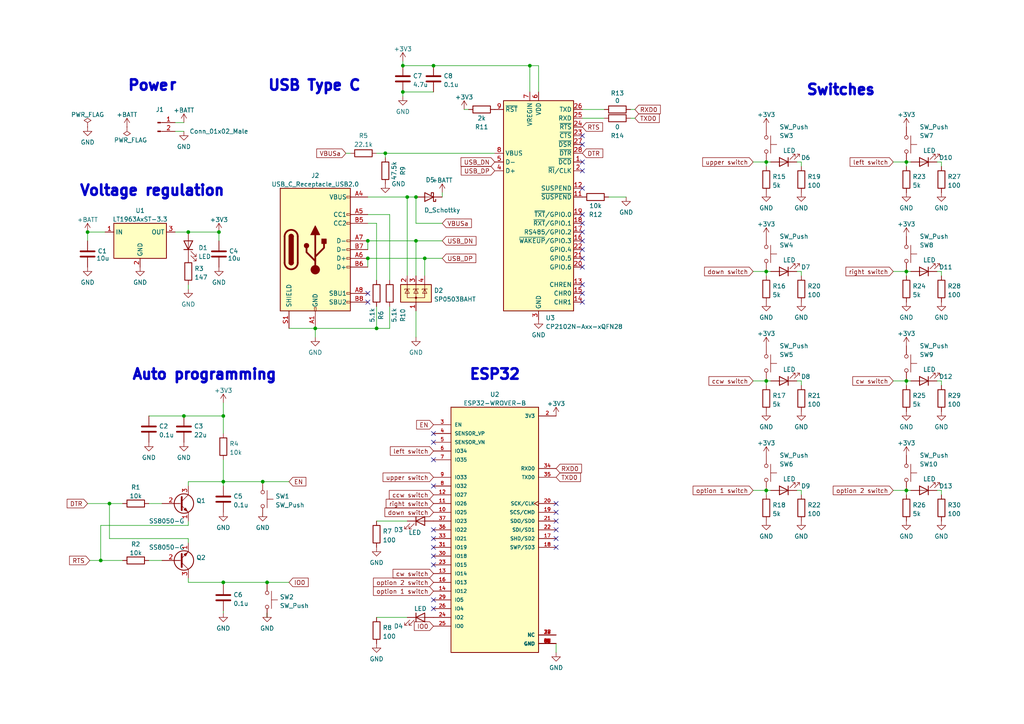
<source format=kicad_sch>
(kicad_sch (version 20211123) (generator eeschema)
  (paper "A4")
  (junction (at 76.2 139.7))
  (junction (at 222.25 110.49))
  (junction (at 120.65 69.85))
  (junction (at 262.89 142.24))
  (junction (at 25.4 67.31))
  (junction (at 31.75 146.05))
  (junction (at 116.84 19.05))
  (junction (at 106.68 69.85))
  (junction (at 123.19 74.93))
  (junction (at 120.65 57.15))
  (junction (at 125.73 19.05))
  (junction (at 64.77 120.65))
  (junction (at 262.89 110.49))
  (junction (at 262.89 78.74))
  (junction (at 262.89 46.99))
  (junction (at 63.5 67.31))
  (junction (at 77.47 168.91))
  (junction (at 153.67 19.05))
  (junction (at 222.25 142.24))
  (junction (at 54.61 67.31))
  (junction (at 64.77 168.91))
  (junction (at 111.76 44.45))
  (junction (at 116.84 26.67))
  (junction (at 222.25 78.74))
  (junction (at 118.11 57.15))
  (junction (at 29.21 162.56))
  (junction (at 91.44 95.25))
  (junction (at 106.68 74.93))
  (junction (at 222.25 46.99))
  (junction (at 64.77 139.7))
  (junction (at 53.34 120.65))
  (junction (at 109.22 95.25))
  (no_connect (at 168.91 82.55))
  (no_connect (at 168.91 85.09))
  (no_connect (at 168.91 87.63))
  (no_connect (at 106.68 85.09))
  (no_connect (at 106.68 87.63))
  (no_connect (at 161.29 153.67))
  (no_connect (at 161.29 146.05))
  (no_connect (at 161.29 148.59))
  (no_connect (at 161.29 151.13))
  (no_connect (at 125.73 140.97))
  (no_connect (at 125.73 156.21))
  (no_connect (at 125.73 161.29))
  (no_connect (at 125.73 163.83))
  (no_connect (at 125.73 158.75))
  (no_connect (at 125.73 153.67))
  (no_connect (at 125.73 173.99))
  (no_connect (at 125.73 176.53))
  (no_connect (at 161.29 158.75))
  (no_connect (at 161.29 156.21))
  (no_connect (at 168.91 77.47))
  (no_connect (at 168.91 74.93))
  (no_connect (at 168.91 72.39))
  (no_connect (at 168.91 69.85))
  (no_connect (at 168.91 64.77))
  (no_connect (at 168.91 67.31))
  (no_connect (at 168.91 62.23))
  (no_connect (at 125.73 133.35))
  (no_connect (at 125.73 128.27))
  (no_connect (at 125.73 125.73))
  (no_connect (at 168.91 41.91))
  (no_connect (at 168.91 39.37))
  (no_connect (at 168.91 46.99))
  (no_connect (at 168.91 49.53))
  (no_connect (at 168.91 54.61))
  (wire (pts (xy 54.61 139.7) (xy 64.77 139.7)))
  (wire (pts (xy 264.16 78.74) (xy 262.89 78.74)))
  (wire (pts (xy 175.26 34.29) (xy 168.91 34.29)))
  (wire (pts (xy 223.52 78.74) (xy 222.25 78.74)))
  (wire (pts (xy 116.84 19.05) (xy 125.73 19.05)))
  (wire (pts (xy 64.77 168.91) (xy 54.61 168.91)))
  (wire (pts (xy 223.52 46.99) (xy 222.25 46.99)))
  (wire (pts (xy 222.25 110.49) (xy 222.25 111.76)))
  (wire (pts (xy 116.84 26.67) (xy 125.73 26.67)))
  (wire (pts (xy 106.68 57.15) (xy 118.11 57.15)))
  (wire (pts (xy 264.16 46.99) (xy 262.89 46.99)))
  (wire (pts (xy 273.05 110.49) (xy 273.05 111.76)))
  (wire (pts (xy 259.08 142.24) (xy 262.89 142.24)))
  (wire (pts (xy 106.68 64.77) (xy 109.22 64.77)))
  (wire (pts (xy 53.34 120.65) (xy 64.77 120.65)))
  (wire (pts (xy 184.15 34.29) (xy 182.88 34.29)))
  (wire (pts (xy 184.15 31.75) (xy 182.88 31.75)))
  (wire (pts (xy 54.61 152.4) (xy 29.21 152.4)))
  (wire (pts (xy 109.22 88.9) (xy 109.22 95.25)))
  (wire (pts (xy 111.76 45.72) (xy 111.76 44.45)))
  (wire (pts (xy 120.65 64.77) (xy 128.27 64.77)))
  (wire (pts (xy 116.84 27.94) (xy 116.84 26.67)))
  (wire (pts (xy 218.44 46.99) (xy 222.25 46.99)))
  (wire (pts (xy 262.89 142.24) (xy 262.89 143.51)))
  (wire (pts (xy 128.27 55.88) (xy 128.27 57.15)))
  (wire (pts (xy 181.61 57.15) (xy 176.53 57.15)))
  (wire (pts (xy 43.18 146.05) (xy 46.99 146.05)))
  (wire (pts (xy 231.14 78.74) (xy 232.41 78.74)))
  (wire (pts (xy 29.21 152.4) (xy 29.21 162.56)))
  (wire (pts (xy 109.22 151.13) (xy 118.11 151.13)))
  (wire (pts (xy 232.41 110.49) (xy 232.41 111.76)))
  (wire (pts (xy 64.77 120.65) (xy 64.77 116.84)))
  (wire (pts (xy 53.34 38.1) (xy 50.8 38.1)))
  (wire (pts (xy 223.52 110.49) (xy 222.25 110.49)))
  (wire (pts (xy 222.25 142.24) (xy 222.25 143.51)))
  (wire (pts (xy 231.14 142.24) (xy 232.41 142.24)))
  (wire (pts (xy 134.62 31.75) (xy 135.89 31.75)))
  (wire (pts (xy 120.65 69.85) (xy 120.65 80.01)))
  (wire (pts (xy 123.19 74.93) (xy 128.27 74.93)))
  (wire (pts (xy 218.44 142.24) (xy 222.25 142.24)))
  (wire (pts (xy 273.05 78.74) (xy 273.05 80.01)))
  (wire (pts (xy 76.2 148.59) (xy 76.2 149.86)))
  (wire (pts (xy 113.03 95.25) (xy 109.22 95.25)))
  (wire (pts (xy 120.65 97.79) (xy 120.65 90.17)))
  (wire (pts (xy 271.78 78.74) (xy 273.05 78.74)))
  (wire (pts (xy 113.03 88.9) (xy 113.03 95.25)))
  (wire (pts (xy 64.77 133.35) (xy 64.77 139.7)))
  (wire (pts (xy 153.67 19.05) (xy 153.67 26.67)))
  (wire (pts (xy 273.05 46.99) (xy 273.05 48.26)))
  (wire (pts (xy 175.26 31.75) (xy 168.91 31.75)))
  (wire (pts (xy 231.14 46.99) (xy 232.41 46.99)))
  (wire (pts (xy 218.44 110.49) (xy 222.25 110.49)))
  (wire (pts (xy 91.44 97.79) (xy 91.44 95.25)))
  (wire (pts (xy 113.03 62.23) (xy 113.03 81.28)))
  (wire (pts (xy 118.11 57.15) (xy 118.11 80.01)))
  (wire (pts (xy 64.77 140.97) (xy 64.77 139.7)))
  (wire (pts (xy 53.34 35.56) (xy 50.8 35.56)))
  (wire (pts (xy 264.16 142.24) (xy 262.89 142.24)))
  (wire (pts (xy 273.05 142.24) (xy 273.05 143.51)))
  (wire (pts (xy 232.41 142.24) (xy 232.41 143.51)))
  (wire (pts (xy 271.78 142.24) (xy 273.05 142.24)))
  (wire (pts (xy 64.77 169.545) (xy 64.77 168.91)))
  (wire (pts (xy 43.18 120.65) (xy 53.34 120.65)))
  (wire (pts (xy 29.21 162.56) (xy 35.56 162.56)))
  (wire (pts (xy 106.68 74.93) (xy 123.19 74.93)))
  (wire (pts (xy 64.77 168.91) (xy 77.47 168.91)))
  (wire (pts (xy 262.89 46.99) (xy 262.89 48.26)))
  (wire (pts (xy 262.89 110.49) (xy 262.89 111.76)))
  (wire (pts (xy 54.61 151.13) (xy 54.61 152.4)))
  (wire (pts (xy 54.61 83.82) (xy 54.61 82.55)))
  (wire (pts (xy 64.77 139.7) (xy 76.2 139.7)))
  (wire (pts (xy 231.14 110.49) (xy 232.41 110.49)))
  (wire (pts (xy 223.52 142.24) (xy 222.25 142.24)))
  (wire (pts (xy 100.33 44.45) (xy 101.6 44.45)))
  (wire (pts (xy 77.47 177.8) (xy 77.47 179.07)))
  (wire (pts (xy 222.25 46.99) (xy 222.25 48.26)))
  (wire (pts (xy 271.78 110.49) (xy 273.05 110.49)))
  (wire (pts (xy 109.22 64.77) (xy 109.22 81.28)))
  (wire (pts (xy 259.08 110.49) (xy 262.89 110.49)))
  (wire (pts (xy 232.41 46.99) (xy 232.41 48.26)))
  (wire (pts (xy 271.78 46.99) (xy 273.05 46.99)))
  (wire (pts (xy 54.61 140.97) (xy 54.61 139.7)))
  (wire (pts (xy 232.41 78.74) (xy 232.41 80.01)))
  (wire (pts (xy 25.4 146.05) (xy 31.75 146.05)))
  (wire (pts (xy 25.4 67.31) (xy 30.48 67.31)))
  (wire (pts (xy 106.68 69.85) (xy 106.68 72.39)))
  (wire (pts (xy 262.89 78.74) (xy 262.89 80.01)))
  (wire (pts (xy 106.68 74.93) (xy 106.68 77.47)))
  (wire (pts (xy 218.44 78.74) (xy 222.25 78.74)))
  (wire (pts (xy 64.77 177.8) (xy 64.77 177.165)))
  (wire (pts (xy 259.08 46.99) (xy 262.89 46.99)))
  (wire (pts (xy 25.4 67.31) (xy 25.4 69.85)))
  (wire (pts (xy 50.8 67.31) (xy 54.61 67.31)))
  (wire (pts (xy 153.67 19.05) (xy 156.21 19.05)))
  (wire (pts (xy 54.61 67.31) (xy 63.5 67.31)))
  (wire (pts (xy 156.21 19.05) (xy 156.21 26.67)))
  (wire (pts (xy 54.61 168.91) (xy 54.61 167.64)))
  (wire (pts (xy 222.25 78.74) (xy 222.25 80.01)))
  (wire (pts (xy 91.44 95.25) (xy 109.22 95.25)))
  (wire (pts (xy 54.61 157.48) (xy 54.61 156.21)))
  (wire (pts (xy 264.16 110.49) (xy 262.89 110.49)))
  (wire (pts (xy 125.73 19.05) (xy 153.67 19.05)))
  (wire (pts (xy 64.77 125.73) (xy 64.77 120.65)))
  (wire (pts (xy 31.75 156.21) (xy 54.61 156.21)))
  (wire (pts (xy 43.18 162.56) (xy 46.99 162.56)))
  (wire (pts (xy 63.5 67.31) (xy 63.5 69.85)))
  (wire (pts (xy 83.82 95.25) (xy 91.44 95.25)))
  (wire (pts (xy 120.65 69.85) (xy 128.27 69.85)))
  (wire (pts (xy 31.75 146.05) (xy 35.56 146.05)))
  (wire (pts (xy 109.22 44.45) (xy 111.76 44.45)))
  (wire (pts (xy 77.47 168.91) (xy 83.82 168.91)))
  (wire (pts (xy 161.29 189.23) (xy 161.29 186.69)))
  (wire (pts (xy 120.65 64.77) (xy 120.65 57.15)))
  (wire (pts (xy 123.19 74.93) (xy 123.19 80.01)))
  (wire (pts (xy 31.75 156.21) (xy 31.75 146.05)))
  (wire (pts (xy 76.2 139.7) (xy 83.82 139.7)))
  (wire (pts (xy 116.84 17.78) (xy 116.84 19.05)))
  (wire (pts (xy 106.68 62.23) (xy 113.03 62.23)))
  (wire (pts (xy 106.68 69.85) (xy 120.65 69.85)))
  (wire (pts (xy 111.76 44.45) (xy 143.51 44.45)))
  (wire (pts (xy 26.035 162.56) (xy 29.21 162.56)))
  (wire (pts (xy 120.65 57.15) (xy 118.11 57.15)))
  (wire (pts (xy 259.08 78.74) (xy 262.89 78.74)))
  (wire (pts (xy 109.22 179.07) (xy 118.11 179.07)))
  (text "Switches" (at 233.68 27.94 0) (effects (font (size 3 3) (thickness 1) bold) (justify left bottom)))
  (text "Auto programming" (at 38.1 110.49 0) (effects (font (size 3 3) (thickness 1) bold) (justify left bottom)))
  (text "Voltage regulation" (at 22.86 57.15 0) (effects (font (size 3 3) (thickness 1) bold) (justify left bottom)))
  (text "USB Type C" (at 77.47 26.67 0) (effects (font (size 3 3) (thickness 1) bold) (justify left bottom)))
  (text "Poweｒ" (at 36.83 26.67 0) (effects (font (size 3 3) (thickness 1) bold) (justify left bottom)))
  (text "ESP32" (at 135.89 110.49 0) (effects (font (size 3 3) (thickness 1) bold) (justify left bottom)))
  (global_label "EN" (shape input) (at 83.82 139.7 0) (property "Intersheet References" "${INTERSHEET_REFS}" (effects hide)))
  (global_label "USB_DP" (shape input) (at 128.27 74.93 0) (property "Intersheet References" "${INTERSHEET_REFS}" (effects hide)))
  (global_label "IO0" (shape input) (at 125.73 181.61 180) (property "Intersheet References" "${INTERSHEET_REFS}" (effects hide)))
  (global_label "right switch" (shape input) (at 125.73 146.05 180) (property "Intersheet References" "${INTERSHEET_REFS}" (effects hide)))
  (global_label "down switch" (shape input) (at 125.73 148.59 180) (property "Intersheet References" "${INTERSHEET_REFS}" (effects hide)))
  (global_label "right switch" (shape input) (at 259.08 78.74 180) (property "Intersheet References" "${INTERSHEET_REFS}" (effects hide)))
  (global_label "upper switch" (shape input) (at 125.73 138.43 180) (property "Intersheet References" "${INTERSHEET_REFS}" (effects hide)))
  (global_label "option 1 switch" (shape input) (at 125.73 171.45 180) (property "Intersheet References" "${INTERSHEET_REFS}" (effects hide)))
  (global_label "TXD0" (shape input) (at 161.29 138.43 0) (property "Intersheet References" "${INTERSHEET_REFS}" (effects hide)))
  (global_label "ccw switch" (shape input) (at 218.44 110.49 180) (property "Intersheet References" "${INTERSHEET_REFS}" (effects hide)))
  (global_label "RXD0" (shape input) (at 184.15 31.75 0) (property "Intersheet References" "${INTERSHEET_REFS}" (effects hide)))
  (global_label "option 1 switch" (shape input) (at 218.44 142.24 180) (property "Intersheet References" "${INTERSHEET_REFS}" (effects hide)))
  (global_label "upper switch" (shape input) (at 218.44 46.99 180) (property "Intersheet References" "${INTERSHEET_REFS}" (effects hide)))
  (global_label "USB_DP" (shape input) (at 143.51 49.53 180) (property "Intersheet References" "${INTERSHEET_REFS}" (effects hide)))
  (global_label "EN" (shape input) (at 125.73 123.19 180) (property "Intersheet References" "${INTERSHEET_REFS}" (effects hide)))
  (global_label "RXD0" (shape input) (at 161.29 135.89 0) (property "Intersheet References" "${INTERSHEET_REFS}" (effects hide)))
  (global_label "TXD0" (shape input) (at 184.15 34.29 0) (property "Intersheet References" "${INTERSHEET_REFS}" (effects hide)))
  (global_label "left switch" (shape input) (at 259.08 46.99 180) (property "Intersheet References" "${INTERSHEET_REFS}" (effects hide)))
  (global_label "VBUSa" (shape input) (at 128.27 64.77 0) (property "Intersheet References" "${INTERSHEET_REFS}" (effects hide)))
  (global_label "down switch" (shape input) (at 218.44 78.74 180) (property "Intersheet References" "${INTERSHEET_REFS}" (effects hide)))
  (global_label "VBUSa" (shape input) (at 100.33 44.45 180) (property "Intersheet References" "${INTERSHEET_REFS}" (effects hide)))
  (global_label "ccw switch" (shape input) (at 125.73 143.51 180) (property "Intersheet References" "${INTERSHEET_REFS}" (effects hide)))
  (global_label "RTS" (shape input) (at 168.91 36.83 0) (property "Intersheet References" "${INTERSHEET_REFS}" (effects hide)))
  (global_label "option 2 switch" (shape input) (at 259.08 142.24 180) (property "Intersheet References" "${INTERSHEET_REFS}" (effects hide)))
  (global_label "USB_DN" (shape input) (at 143.51 46.99 180) (property "Intersheet References" "${INTERSHEET_REFS}" (effects hide)))
  (global_label "DTR" (shape input) (at 25.4 146.05 180) (property "Intersheet References" "${INTERSHEET_REFS}" (effects hide)))
  (global_label "cw switch" (shape input) (at 125.73 166.37 180) (property "Intersheet References" "${INTERSHEET_REFS}" (effects hide)))
  (global_label "RTS" (shape input) (at 26.035 162.56 180) (property "Intersheet References" "${INTERSHEET_REFS}" (effects hide)))
  (global_label "left switch" (shape input) (at 125.73 130.81 180) (property "Intersheet References" "${INTERSHEET_REFS}" (effects hide)))
  (global_label "cw switch" (shape input) (at 259.08 110.49 180) (property "Intersheet References" "${INTERSHEET_REFS}" (effects hide)))
  (global_label "DTR" (shape input) (at 168.91 44.45 0) (property "Intersheet References" "${INTERSHEET_REFS}" (effects hide)))
  (global_label "IO0" (shape input) (at 83.82 168.91 0) (property "Intersheet References" "${INTERSHEET_REFS}" (effects hide)))
  (global_label "option 2 switch" (shape input) (at 125.73 168.91 180) (property "Intersheet References" "${INTERSHEET_REFS}" (effects hide)))
  (global_label "USB_DN" (shape input) (at 128.27 69.85 0) (property "Intersheet References" "${INTERSHEET_REFS}" (effects hide)))
  (symbol (lib_id "power:GND") (at 25.4 77.47 0) (unit 1)
    (property "Reference" "#PWR03" (effects hide))
    (property "Value" "GND" (at 25.4 81.9134 0))
  )
  (symbol (lib_id "power:+3V3") (at 134.62 31.75 0) (unit 1)
    (property "Reference" "#PWR026" (effects hide))
    (property "Value" "+3V3" (at 134.62 28.1742 0))
  )
  (symbol (lib_id "power:PWR_FLAG") (at 36.83 36.83 180) (unit 1)
    (property "Reference" "#FLG02" (effects hide))
    (property "Value" "PWR_FLAG" (at 33.02 40.64 0) (effects (justify right)))
  )
  (symbol (lib_id "Device:R") (at 39.37 146.05 90) (unit 1)
    (property "Reference" "R1" (at 39.37 141.3342 90))
    (property "Value" "10k" (at 39.37 143.8711 90))
    (property "Footprint" "Resistor_SMD:R_0603_1608Metric" (effects hide))
    (property "Vendor" "https://www.mouser.jp/ProductDetail/Vishay-Beyschlag/MCT0603MG1002BP500?qs=Y0Uzf4wQF3kTztUxcSxY1w%3D%3D" (effects hide))
  )
  (symbol (lib_id "Device:R") (at 139.7 31.75 90) (unit 1)
    (property "Reference" "R11" (at 139.7 36.83 90))
    (property "Value" "2k" (at 139.7 34.29 90))
    (property "Footprint" "Resistor_SMD:R_0603_1608Metric" (effects hide))
    (property "Vendor" "https://www.mouser.jp/ProductDetail/Vishay-BC-Components/NTCS0603E3202GLT?qs=%2FWiulJ9oly6RDPZsx8Fw8g%3D%3D" (effects hide))
  )
  (symbol (lib_id "Device:R") (at 109.22 154.94 180) (unit 1)
    (property "Reference" "R7" (at 110.998 154.1053 0) (effects (justify right)))
    (property "Value" "100" (at 110.998 156.6422 0) (effects (justify right)))
    (property "Footprint" "Resistor_SMD:R_0603_1608Metric" (effects hide))
    (property "Vendor" "https://www.mouser.jp/ProductDetail/Littelfuse/0603L001-60YR?qs=vmHwEFxEFR%252Bqpk0gfi6KUQ%3D%3D" (effects hide))
  )
  (symbol (lib_id "Switch:SW_Push") (at 262.89 41.91 270) (unit 1)
    (property "Reference" "SW7" (at 266.7 39.37 90) (effects (justify left)))
    (property "Value" "SW_Push" (at 266.7 36.83 90) (effects (justify left)))
    (property "Footprint" "Button_Switch_SMD:SW_Push_1P1T_NO_6x6mm_H9.5mm" (effects hide))
  )
  (symbol (lib_id "Device:LED") (at 267.97 142.24 180) (unit 1)
    (property "Reference" "D13" (at 274.32 140.97 0))
    (property "Value" "LED" (at 269.5575 138.9181 0))
    (property "Footprint" "Diode_SMD:D_0603_1608Metric" (effects hide))
    (property "Vendor" "https://www.mouser.jp/ProductDetail/Bivar/SM0603UBWC?qs=hWDdE2Pc5RAVU9aZAE1txQ%3D%3D" (effects hide))
  )
  (symbol (lib_id "Switch:SW_Push") (at 262.89 105.41 270) (unit 1)
    (property "Reference" "SW9" (at 266.7 102.87 90) (effects (justify left)))
    (property "Value" "SW_Push" (at 266.7 100.33 90) (effects (justify left)))
    (property "Footprint" "Button_Switch_SMD:SW_Push_1P1T_NO_6x6mm_H9.5mm" (effects hide))
  )
  (symbol (lib_id "power:GND") (at 181.61 57.15 0) (unit 1)
    (property "Reference" "#PWR030" (effects hide))
    (property "Value" "GND" (at 181.61 61.5934 0))
  )
  (symbol (lib_id "power:GND") (at 53.34 38.1 0) (unit 1)
    (property "Reference" "#PWR08" (effects hide))
    (property "Value" "GND" (at 53.34 42.5434 0))
  )
  (symbol (lib_id "Device:R") (at 222.25 83.82 180) (unit 1)
    (property "Reference" "R16" (at 224.028 82.9853 0) (effects (justify right)))
    (property "Value" "5k" (at 224.028 85.5222 0) (effects (justify right)))
    (property "Footprint" "Resistor_SMD:R_0603_1608Metric" (effects hide))
    (property "Vendor" "https://www.mouser.jp/ProductDetail/Vishay-BC-Components/NTCS0603E3502FLT?qs=doiCPypUmgFTT6mDFv6oKA%3D%3D" (effects hide))
  )
  (symbol (lib_id "power:GND") (at 54.61 83.82 0) (unit 1)
    (property "Reference" "#PWR010" (effects hide))
    (property "Value" "GND" (at 54.61 88.2634 0))
  )
  (symbol (lib_id "Device:LED") (at 267.97 78.74 180) (unit 1)
    (property "Reference" "D11" (at 274.32 77.47 0))
    (property "Value" "LED" (at 269.5575 75.4181 0))
    (property "Footprint" "Diode_SMD:D_0603_1608Metric" (effects hide))
    (property "Vendor" "https://www.mouser.jp/ProductDetail/Bivar/SM0603UBWC?qs=hWDdE2Pc5RAVU9aZAE1txQ%3D%3D" (effects hide))
  )
  (symbol (lib_id "power:GND") (at 91.44 97.79 0) (unit 1)
    (property "Reference" "#PWR018" (effects hide))
    (property "Value" "GND" (at 91.44 102.2334 0))
  )
  (symbol (lib_id "Transistor_BJT:S8050") (at 52.07 162.56 0) (mirror x) (unit 1)
    (property "Reference" "Q2" (at 56.9214 161.7253 0) (effects (justify left)))
    (property "Value" "SS8050-G" (at 43.18 158.75 0) (effects (justify left)))
    (property "Footprint" "Package_TO_SOT_SMD:SOT-23" (effects hide))
    (property "Datasheet" "http://www.unisonic.com.tw/datasheet/S8050.pdf" (effects hide))
    (property "Vendor" "https://www.mouser.jp/ProductDetail/Comchip-Technology/SS8050-G?qs=sGAEpiMZZMvplms98TlKY0DRKkFioIw6yshKylp0VqvgzoQ7StxaEg%3D%3D" (effects hide))
  )
  (symbol (lib_id "Connector:Conn_01x02_Male") (at 45.72 35.56 0) (unit 1)
    (property "Reference" "J1" (at 46.355 31.784 0))
    (property "Value" "Conn_01x02_Male" (at 63.5 38.1 0))
    (property "Footprint" "Connector_PinHeader_2.54mm:PinHeader_1x02_P2.54mm_Vertical" (effects hide))
  )
  (symbol (lib_id "Device:R") (at 273.05 83.82 180) (unit 1)
    (property "Reference" "R28" (at 274.828 82.9853 0) (effects (justify right)))
    (property "Value" "100" (at 274.828 85.5222 0) (effects (justify right)))
    (property "Footprint" "Resistor_SMD:R_0603_1608Metric" (effects hide))
    (property "Vendor" "https://www.mouser.jp/ProductDetail/Littelfuse/0603L001-60YR?qs=vmHwEFxEFR%252Bqpk0gfi6KUQ%3D%3D" (effects hide))
  )
  (symbol (lib_id "Device:LED") (at 267.97 46.99 180) (unit 1)
    (property "Reference" "D10" (at 274.32 45.72 0))
    (property "Value" "LED" (at 269.5575 43.6681 0))
    (property "Footprint" "Diode_SMD:D_0603_1608Metric" (effects hide))
    (property "Vendor" "https://www.mouser.jp/ProductDetail/Bivar/SM0603UBWC?qs=hWDdE2Pc5RAVU9aZAE1txQ%3D%3D" (effects hide))
  )
  (symbol (lib_id "Switch:SW_Push") (at 222.25 105.41 270) (unit 1)
    (property "Reference" "SW5" (at 226.06 102.87 90) (effects (justify left)))
    (property "Value" "SW_Push" (at 226.06 100.33 90) (effects (justify left)))
    (property "Footprint" "Button_Switch_SMD:SW_Push_1P1T_NO_6x6mm_H9.5mm" (effects hide))
  )
  (symbol (lib_id "Device:D_Schottky") (at 124.46 57.15 180) (unit 1)
    (property "Reference" "D5" (at 124.7775 52.1802 0))
    (property "Value" "D_Schottky" (at 128.27 60.96 0))
    (property "Footprint" "Diode_SMD:D_0603_1608Metric" (effects hide))
    (property "Vendor" "https://www.mouser.jp/ProductDetail/Bourns/CD0603-B0340R?qs=xhbEVWpZdWee9K23%252B3DSjQ%3D%3D" (effects hide))
  )
  (symbol (lib_id "power:GND") (at 64.77 177.8 0) (unit 1)
    (property "Reference" "#PWR015" (effects hide))
    (property "Value" "GND" (at 64.77 182.2434 0))
  )
  (symbol (lib_id "Switch:SW_Push") (at 222.25 137.16 270) (unit 1)
    (property "Reference" "SW6" (at 226.06 134.62 90) (effects (justify left)))
    (property "Value" "SW_Push" (at 226.06 132.08 90) (effects (justify left)))
    (property "Footprint" "Button_Switch_SMD:SW_Push_1P1T_NO_6x6mm_H9.5mm" (effects hide))
  )
  (symbol (lib_id "Device:R") (at 105.41 44.45 270) (unit 1)
    (property "Reference" "R5" (at 105.41 39.37 90))
    (property "Value" "22.1k" (at 105.41 41.91 90))
    (property "Footprint" "Resistor_SMD:R_0603_1608Metric" (effects hide))
    (property "Vendor" "https://www.mouser.jp/ProductDetail/YAGEO/RT0603BRB0722K1L?qs=sGAEpiMZZMtlubZbdhIBIFwAPm1rE69%252BVpUp6WtgZWs%3D" (effects hide))
  )
  (symbol (lib_id "Device:R") (at 232.41 147.32 180) (unit 1)
    (property "Reference" "R22" (at 234.188 146.4853 0) (effects (justify right)))
    (property "Value" "100" (at 234.188 149.0222 0) (effects (justify right)))
    (property "Footprint" "Resistor_SMD:R_0603_1608Metric" (effects hide))
    (property "Vendor" "https://www.mouser.jp/ProductDetail/Littelfuse/0603L001-60YR?qs=vmHwEFxEFR%252Bqpk0gfi6KUQ%3D%3D" (effects hide))
  )
  (symbol (lib_id "Device:R") (at 273.05 115.57 180) (unit 1)
    (property "Reference" "R29" (at 274.828 114.7353 0) (effects (justify right)))
    (property "Value" "100" (at 274.828 117.2722 0) (effects (justify right)))
    (property "Footprint" "Resistor_SMD:R_0603_1608Metric" (effects hide))
    (property "Vendor" "https://www.mouser.jp/ProductDetail/Littelfuse/0603L001-60YR?qs=vmHwEFxEFR%252Bqpk0gfi6KUQ%3D%3D" (effects hide))
  )
  (symbol (lib_id "Power_Protection:SP0503BAHT") (at 120.65 85.09 0) (unit 1)
    (property "Reference" "D2" (at 125.857 84.2553 0) (effects (justify left)))
    (property "Value" "SP0503BAHT" (at 125.857 86.7922 0) (effects (justify left)))
    (property "Footprint" "Package_TO_SOT_SMD:SOT-143" (effects hide))
    (property "Datasheet" "http://www.littelfuse.com/~/media/files/littelfuse/technical%20resources/documents/data%20sheets/sp05xxba.pdf" (effects hide))
    (property "Vendor" "https://www.mouser.jp/ProductDetail/Littelfuse/SP0503BAHTG?qs=uD%2FdkN7XIa0NTYXwHdELYA%3D%3D" (effects hide))
  )
  (symbol (lib_id "power:GND") (at 120.65 97.79 0) (unit 1)
    (property "Reference" "#PWR024" (effects hide))
    (property "Value" "GND" (at 120.65 102.2334 0))
  )
  (symbol (lib_id "power:GND") (at 232.41 55.88 0) (unit 1)
    (property "Reference" "#PWR039" (effects hide))
    (property "Value" "GND" (at 232.41 60.3234 0))
  )
  (symbol (lib_id "Device:R") (at 273.05 147.32 180) (unit 1)
    (property "Reference" "R30" (at 274.828 146.4853 0) (effects (justify right)))
    (property "Value" "100" (at 274.828 149.0222 0) (effects (justify right)))
    (property "Footprint" "Resistor_SMD:R_0603_1608Metric" (effects hide))
    (property "Vendor" "https://www.mouser.jp/ProductDetail/Littelfuse/0603L001-60YR?qs=vmHwEFxEFR%252Bqpk0gfi6KUQ%3D%3D" (effects hide))
  )
  (symbol (lib_id "power:GND") (at 262.89 87.63 0) (unit 1)
    (property "Reference" "#PWR046" (effects hide))
    (property "Value" "GND" (at 262.89 92.0734 0))
  )
  (symbol (lib_id "Switch:SW_Push") (at 222.25 41.91 270) (unit 1)
    (property "Reference" "SW3" (at 226.06 39.37 90) (effects (justify left)))
    (property "Value" "SW_Push" (at 226.06 36.83 90) (effects (justify left)))
    (property "Footprint" "Button_Switch_SMD:SW_Push_1P1T_NO_6x6mm_H9.5mm" (effects hide))
  )
  (symbol (lib_id "Device:LED") (at 227.33 46.99 180) (unit 1)
    (property "Reference" "D6" (at 233.68 45.72 0))
    (property "Value" "LED" (at 228.9175 43.6681 0))
    (property "Footprint" "Diode_SMD:D_0603_1608Metric" (effects hide))
    (property "Vendor" "https://www.mouser.jp/ProductDetail/Bivar/SM0603UBWC?qs=hWDdE2Pc5RAVU9aZAE1txQ%3D%3D" (effects hide))
  )
  (symbol (lib_id "Device:C") (at 63.5 73.66 0) (unit 1)
    (property "Reference" "C4" (at 66.421 72.8253 0) (effects (justify left)))
    (property "Value" "10u" (at 66.04 74.93 0) (effects (justify left)))
    (property "Footprint" "Capacitor_SMD:C_0603_1608Metric" (effects hide))
    (property "Vendor" "https://www.mouser.jp/ProductDetail/KYOCERA-AVX/0603YD106MAT2A?qs=sGAEpiMZZMukHu%252BjC5l7Yb5oPaw27JT5wYXOBzrtF%252B0%3D" (effects hide))
  )
  (symbol (lib_id "Switch:SW_Push") (at 262.89 137.16 270) (unit 1)
    (property "Reference" "SW10" (at 266.7 134.62 90) (effects (justify left)))
    (property "Value" "SW_Push" (at 266.7 132.08 90) (effects (justify left)))
    (property "Footprint" "Button_Switch_SMD:SW_Push_1P1T_NO_6x6mm_H9.5mm" (effects hide))
  )
  (symbol (lib_id "Device:C") (at 125.73 22.86 0) (unit 1)
    (property "Reference" "C8" (at 128.651 22.0253 0) (effects (justify left)))
    (property "Value" "0.1u" (at 128.651 24.5622 0) (effects (justify left)))
    (property "Footprint" "Capacitor_SMD:C_0603_1608Metric" (effects hide))
    (property "Vendor" "https://www.mouser.jp/ProductDetail/KEMET/C0603C104K1RACTU?qs=sGAEpiMZZMukHu%252BjC5l7Yb4eEbXPfWIFKcQ8bqfDBo8%3D" (effects hide))
  )
  (symbol (lib_id "power:+3V3") (at 116.84 17.78 0) (unit 1)
    (property "Reference" "#PWR022" (effects hide))
    (property "Value" "+3V3" (at 116.84 14.2042 0))
  )
  (symbol (lib_id "power:GND") (at 222.25 151.13 0) (unit 1)
    (property "Reference" "#PWR038" (effects hide))
    (property "Value" "GND" (at 222.25 155.5734 0))
  )
  (symbol (lib_id "power:GND") (at 161.29 189.23 0) (unit 1)
    (property "Reference" "#PWR029" (effects hide))
    (property "Value" "GND" (at 161.29 193.6734 0))
  )
  (symbol (lib_id "power:+3V3") (at 64.77 116.84 0) (unit 1)
    (property "Reference" "#PWR013" (effects hide))
    (property "Value" "+3V3" (at 64.77 113.2642 0))
  )
  (symbol (lib_id "Device:R") (at 179.07 31.75 90) (unit 1)
    (property "Reference" "R13" (at 179.07 27.0342 90))
    (property "Value" "0" (at 179.07 29.21 90))
    (property "Footprint" "Resistor_SMD:R_0603_1608Metric" (effects hide))
    (property "Vendor" "https://www.mouser.jp/ProductDetail/Vishay-Beyschlag/MCT0603HZ0000ZP500?qs=sGAEpiMZZMukHu%252BjC5l7YS45V2nDEa%2Fh%252BgDnHJRSHR4%3D" (effects hide))
  )
  (symbol (lib_id "power:GND") (at 64.77 148.59 0) (unit 1)
    (property "Reference" "#PWR014" (effects hide))
    (property "Value" "GND" (at 64.77 153.0334 0))
  )
  (symbol (lib_id "power:+3V3") (at 262.89 100.33 0) (unit 1)
    (property "Reference" "#PWR047" (effects hide))
    (property "Value" "+3V3" (at 262.89 96.7542 0))
  )
  (symbol (lib_id "power:+3V3") (at 161.29 120.65 0) (unit 1)
    (property "Reference" "#PWR028" (effects hide))
    (property "Value" "+3V3" (at 161.29 117.0742 0))
  )
  (symbol (lib_id "Device:R") (at 232.41 83.82 180) (unit 1)
    (property "Reference" "R20" (at 234.188 82.9853 0) (effects (justify right)))
    (property "Value" "100" (at 234.188 85.5222 0) (effects (justify right)))
    (property "Footprint" "Resistor_SMD:R_0603_1608Metric" (effects hide))
    (property "Vendor" "https://www.mouser.jp/ProductDetail/Littelfuse/0603L001-60YR?qs=vmHwEFxEFR%252Bqpk0gfi6KUQ%3D%3D" (effects hide))
  )
  (symbol (lib_id "power:GND") (at 53.34 128.27 0) (unit 1)
    (property "Reference" "#PWR09" (effects hide))
    (property "Value" "GND" (at 53.34 132.7134 0))
  )
  (symbol (lib_id "Switch:SW_Push") (at 76.2 144.78 270) (unit 1)
    (property "Reference" "SW1" (at 79.883 143.9453 90) (effects (justify left)))
    (property "Value" "SW_Push" (at 79.883 146.4822 90) (effects (justify left)))
    (property "Footprint" "Button_Switch_SMD:SW_Push_1P1T_NO_CK_KMR2" (effects hide))
  )
  (symbol (lib_id "power:+3V3") (at 222.25 68.58 0) (unit 1)
    (property "Reference" "#PWR033" (effects hide))
    (property "Value" "+3V3" (at 222.25 65.0042 0))
  )
  (symbol (lib_id "Switch:SW_Push") (at 262.89 73.66 270) (unit 1)
    (property "Reference" "SW8" (at 266.7 71.12 90) (effects (justify left)))
    (property "Value" "SW_Push" (at 266.7 68.58 90) (effects (justify left)))
    (property "Footprint" "Button_Switch_SMD:SW_Push_1P1T_NO_6x6mm_H9.5mm" (effects hide))
  )
  (symbol (lib_id "Device:LED") (at 227.33 110.49 180) (unit 1)
    (property "Reference" "D8" (at 233.68 109.22 0))
    (property "Value" "LED" (at 228.9175 107.1681 0))
    (property "Footprint" "Diode_SMD:D_0603_1608Metric" (effects hide))
    (property "Vendor" "https://www.mouser.jp/ProductDetail/Bivar/SM0603UBWC?qs=hWDdE2Pc5RAVU9aZAE1txQ%3D%3D" (effects hide))
  )
  (symbol (lib_id "Device:R") (at 262.89 52.07 180) (unit 1)
    (property "Reference" "R23" (at 264.668 51.2353 0) (effects (justify right)))
    (property "Value" "5k" (at 264.668 53.7722 0) (effects (justify right)))
    (property "Footprint" "Resistor_SMD:R_0603_1608Metric" (effects hide))
    (property "Vendor" "https://www.mouser.jp/ProductDetail/Vishay-BC-Components/NTCS0603E3502FLT?qs=doiCPypUmgFTT6mDFv6oKA%3D%3D" (effects hide))
  )
  (symbol (lib_id "Device:LED") (at 54.61 71.12 90) (unit 1)
    (property "Reference" "D1" (at 57.531 71.8728 90) (effects (justify right)))
    (property "Value" "LED" (at 57.531 74.4097 90) (effects (justify right)))
    (property "Footprint" "Diode_SMD:D_0603_1608Metric" (effects hide))
    (property "Vendor" "https://www.mouser.jp/ProductDetail/Bivar/SM0603UBWC?qs=hWDdE2Pc5RAVU9aZAE1txQ%3D%3D" (effects hide))
  )
  (symbol (lib_id "Device:R") (at 109.22 85.09 180) (unit 1)
    (property "Reference" "R6" (at 110.49 91.44 90))
    (property "Value" "5.1k" (at 107.95 91.44 90))
    (property "Footprint" "Resistor_SMD:R_0603_1608Metric" (effects hide))
    (property "Vendor" "https://www.mouser.jp/ProductDetail/Vishay-Dale/RCS06035K10FKEA?qs=sGAEpiMZZMtlubZbdhIBIE5LhqqS5SwHtki3GxnhvnY%3D" (effects hide))
  )
  (symbol (lib_id "Device:R") (at 273.05 52.07 180) (unit 1)
    (property "Reference" "R27" (at 274.828 51.2353 0) (effects (justify right)))
    (property "Value" "100" (at 274.828 53.7722 0) (effects (justify right)))
    (property "Footprint" "Resistor_SMD:R_0603_1608Metric" (effects hide))
    (property "Vendor" "https://www.mouser.jp/ProductDetail/Littelfuse/0603L001-60YR?qs=vmHwEFxEFR%252Bqpk0gfi6KUQ%3D%3D" (effects hide))
  )
  (symbol (lib_id "power:+BATT") (at 128.27 55.88 0) (unit 1)
    (property "Reference" "#PWR025" (effects hide))
    (property "Value" "+BATT" (at 128.27 52.3042 0))
  )
  (symbol (lib_id "Device:LED") (at 267.97 110.49 180) (unit 1)
    (property "Reference" "D12" (at 274.32 109.22 0))
    (property "Value" "LED" (at 269.5575 107.1681 0))
    (property "Footprint" "Diode_SMD:D_0603_1608Metric" (effects hide))
    (property "Vendor" "https://www.mouser.jp/ProductDetail/Bivar/SM0603UBWC?qs=hWDdE2Pc5RAVU9aZAE1txQ%3D%3D" (effects hide))
  )
  (symbol (lib_id "Device:LED") (at 121.92 151.13 0) (unit 1)
    (property "Reference" "D3" (at 115.57 153.67 0))
    (property "Value" "LED" (at 120.3325 154.4519 0))
    (property "Footprint" "Diode_SMD:D_0603_1608Metric" (effects hide))
    (property "Vendor" "https://www.mouser.jp/ProductDetail/Bivar/SM0603UBWC?qs=hWDdE2Pc5RAVU9aZAE1txQ%3D%3D" (effects hide))
  )
  (symbol (lib_id "power:GND") (at 232.41 119.38 0) (unit 1)
    (property "Reference" "#PWR041" (effects hide))
    (property "Value" "GND" (at 232.41 123.8234 0))
  )
  (symbol (lib_id "Device:R") (at 113.03 85.09 180) (unit 1)
    (property "Reference" "R10" (at 116.84 91.44 90))
    (property "Value" "5.1k" (at 114.3 91.44 90))
    (property "Footprint" "Resistor_SMD:R_0603_1608Metric" (effects hide))
    (property "Vendor" "https://www.mouser.jp/ProductDetail/Vishay-Dale/RCS06035K10FKEA?qs=sGAEpiMZZMtlubZbdhIBIE5LhqqS5SwHtki3GxnhvnY%3D" (effects hide))
  )
  (symbol (lib_id "power:GND") (at 273.05 119.38 0) (unit 1)
    (property "Reference" "#PWR053" (effects hide))
    (property "Value" "GND" (at 273.05 123.8234 0))
  )
  (symbol (lib_id "power:GND") (at 222.25 87.63 0) (unit 1)
    (property "Reference" "#PWR034" (effects hide))
    (property "Value" "GND" (at 222.25 92.0734 0))
  )
  (symbol (lib_id "power:GND") (at 40.64 77.47 0) (unit 1)
    (property "Reference" "#PWR05" (effects hide))
    (property "Value" "GND" (at 40.64 81.9134 0))
  )
  (symbol (lib_id "Device:R") (at 54.61 78.74 180) (unit 1)
    (property "Reference" "R3" (at 56.388 77.9053 0) (effects (justify right)))
    (property "Value" "147" (at 56.388 80.4422 0) (effects (justify right)))
    (property "Footprint" "Resistor_SMD:R_0603_1608Metric" (effects hide))
    (property "Vendor" "https://www.mouser.jp/ProductDetail/Vishay-Beyschlag/MCT06030C1470FP500?qs=sGAEpiMZZMtlubZbdhIBIFnTCG%2F%2F8GT0o5xRkqdGvDo%3D" (effects hide))
  )
  (symbol (lib_id "Regulator_Linear:LT1963AxST-3.3") (at 40.64 69.85 0) (unit 1)
    (property "Reference" "U1" (at 40.64 61.0702 0))
    (property "Value" "LT1963AxST-3.3" (at 40.64 63.6071 0))
    (property "Footprint" "Package_TO_SOT_SMD:SOT-223-3_TabPin2" (effects hide))
    (property "Datasheet" "https://www.analog.com/media/en/technical-documentation/data-sheets/1963aff.pdf" (effects hide))
    (property "Vendor" "https://www.mouser.jp/ProductDetail/Analog-Devices/LT1963AEST-3.3PBF?qs=ytflclh7QUWACCdXyVJ5gA%3D%3D" (effects hide))
  )
  (symbol (lib_id "Transistor_BJT:S8050") (at 52.07 146.05 0) (unit 1)
    (property "Reference" "Q1" (at 56.9214 145.2153 0) (effects (justify left)))
    (property "Value" "SS8050-G" (at 43.18 151.13 0) (effects (justify left)))
    (property "Footprint" "Package_TO_SOT_SMD:SOT-23" (effects hide))
    (property "Datasheet" "http://www.unisonic.com.tw/datasheet/S8050.pdf" (effects hide))
    (property "Vendor" "https://www.mouser.jp/ProductDetail/Comchip-Technology/SS8050-G?qs=sGAEpiMZZMvplms98TlKY0DRKkFioIw6yshKylp0VqvgzoQ7StxaEg%3D%3D" (effects hide))
  )
  (symbol (lib_id "power:GND") (at 232.41 87.63 0) (unit 1)
    (property "Reference" "#PWR040" (effects hide))
    (property "Value" "GND" (at 232.41 92.0734 0))
  )
  (symbol (lib_id "power:+3V3") (at 222.25 36.83 0) (unit 1)
    (property "Reference" "#PWR031" (effects hide))
    (property "Value" "+3V3" (at 222.25 33.2542 0))
  )
  (symbol (lib_id "power:GND") (at 262.89 151.13 0) (unit 1)
    (property "Reference" "#PWR050" (effects hide))
    (property "Value" "GND" (at 262.89 155.5734 0))
  )
  (symbol (lib_id "power:GND") (at 232.41 151.13 0) (unit 1)
    (property "Reference" "#PWR042" (effects hide))
    (property "Value" "GND" (at 232.41 155.5734 0))
  )
  (symbol (lib_id "power:GND") (at 222.25 119.38 0) (unit 1)
    (property "Reference" "#PWR036" (effects hide))
    (property "Value" "GND" (at 222.25 123.8234 0))
  )
  (symbol (lib_id "Device:C") (at 43.18 124.46 0) (unit 1)
    (property "Reference" "C2" (at 46.101 123.6253 0) (effects (justify left)))
    (property "Value" "0.1u" (at 46.101 126.1622 0) (effects (justify left)))
    (property "Footprint" "Capacitor_SMD:C_0603_1608Metric" (effects hide))
    (property "Vendor" "https://www.mouser.jp/ProductDetail/KEMET/C0603C104K1RACTU?qs=sGAEpiMZZMukHu%252BjC5l7Yb4eEbXPfWIFKcQ8bqfDBo8%3D" (effects hide))
  )
  (symbol (lib_id "Device:R") (at 222.25 115.57 180) (unit 1)
    (property "Reference" "R17" (at 224.028 114.7353 0) (effects (justify right)))
    (property "Value" "5k" (at 224.028 117.2722 0) (effects (justify right)))
    (property "Footprint" "Resistor_SMD:R_0603_1608Metric" (effects hide))
    (property "Vendor" "https://www.mouser.jp/ProductDetail/Vishay-BC-Components/NTCS0603E3502FLT?qs=doiCPypUmgFTT6mDFv6oKA%3D%3D" (effects hide))
  )
  (symbol (lib_id "Device:R") (at 232.41 115.57 180) (unit 1)
    (property "Reference" "R21" (at 234.188 114.7353 0) (effects (justify right)))
    (property "Value" "100" (at 234.188 117.2722 0) (effects (justify right)))
    (property "Footprint" "Resistor_SMD:R_0603_1608Metric" (effects hide))
    (property "Vendor" "https://www.mouser.jp/ProductDetail/Littelfuse/0603L001-60YR?qs=vmHwEFxEFR%252Bqpk0gfi6KUQ%3D%3D" (effects hide))
  )
  (symbol (lib_id "power:GND") (at 116.84 27.94 0) (unit 1)
    (property "Reference" "#PWR023" (effects hide))
    (property "Value" "GND" (at 116.84 32.3834 0))
  )
  (symbol (lib_id "power:GND") (at 63.5 77.47 0) (unit 1)
    (property "Reference" "#PWR012" (effects hide))
    (property "Value" "GND" (at 63.5 81.9134 0))
  )
  (symbol (lib_id "power:+3V3") (at 262.89 36.83 0) (unit 1)
    (property "Reference" "#PWR043" (effects hide))
    (property "Value" "+3V3" (at 262.89 33.2542 0))
  )
  (symbol (lib_id "Device:R") (at 64.77 129.54 180) (unit 1)
    (property "Reference" "R4" (at 66.548 128.7053 0) (effects (justify right)))
    (property "Value" "10k" (at 66.548 131.2422 0) (effects (justify right)))
    (property "Footprint" "Resistor_SMD:R_0603_1608Metric" (effects hide))
    (property "Vendor" "https://www.mouser.jp/ProductDetail/Vishay-Beyschlag/MCT0603MG1002BP500?qs=Y0Uzf4wQF3kTztUxcSxY1w%3D%3D" (effects hide))
  )
  (symbol (lib_id "power:GND") (at 43.18 128.27 0) (unit 1)
    (property "Reference" "#PWR06" (effects hide))
    (property "Value" "GND" (at 43.18 132.7134 0))
  )
  (symbol (lib_id "power:GND") (at 109.22 158.75 0) (unit 1)
    (property "Reference" "#PWR019" (effects hide))
    (property "Value" "GND" (at 109.22 163.1934 0))
  )
  (symbol (lib_id "Device:LED") (at 227.33 142.24 180) (unit 1)
    (property "Reference" "D9" (at 233.68 140.97 0))
    (property "Value" "LED" (at 228.9175 138.9181 0))
    (property "Footprint" "Diode_SMD:D_0603_1608Metric" (effects hide))
    (property "Vendor" "https://www.mouser.jp/ProductDetail/Bivar/SM0603UBWC?qs=hWDdE2Pc5RAVU9aZAE1txQ%3D%3D" (effects hide))
  )
  (symbol (lib_id "power:+3V3") (at 63.5 67.31 0) (unit 1)
    (property "Reference" "#PWR011" (effects hide))
    (property "Value" "+3V3" (at 63.5 63.7342 0))
  )
  (symbol (lib_id "Switch:SW_Push") (at 77.47 173.99 270) (unit 1)
    (property "Reference" "SW2" (at 81.153 173.1553 90) (effects (justify left)))
    (property "Value" "SW_Push" (at 81.153 175.6922 90) (effects (justify left)))
    (property "Footprint" "Button_Switch_SMD:SW_Push_1P1T_NO_CK_KMR2" (effects hide))
  )
  (symbol (lib_id "power:GND") (at 273.05 151.13 0) (unit 1)
    (property "Reference" "#PWR054" (effects hide))
    (property "Value" "GND" (at 273.05 155.5734 0))
  )
  (symbol (lib_id "power:GND") (at 77.47 177.8 0) (unit 1)
    (property "Reference" "#PWR017" (effects hide))
    (property "Value" "GND" (at 77.47 182.2434 0))
  )
  (symbol (lib_id "Device:C") (at 25.4 73.66 0) (unit 1)
    (property "Reference" "C1" (at 28.321 72.8253 0) (effects (justify left)))
    (property "Value" "10u" (at 27.94 74.93 0) (effects (justify left)))
    (property "Footprint" "Capacitor_SMD:C_0603_1608Metric" (effects hide))
    (property "Vendor" "https://www.mouser.jp/ProductDetail/KYOCERA-AVX/0603YD106MAT2A?qs=sGAEpiMZZMukHu%252BjC5l7Yb5oPaw27JT5wYXOBzrtF%252B0%3D" (effects hide))
  )
  (symbol (lib_id "Device:R") (at 262.89 147.32 180) (unit 1)
    (property "Reference" "R26" (at 264.668 146.4853 0) (effects (justify right)))
    (property "Value" "5k" (at 264.668 149.0222 0) (effects (justify right)))
    (property "Footprint" "Resistor_SMD:R_0603_1608Metric" (effects hide))
    (property "Vendor" "https://www.mouser.jp/ProductDetail/Vishay-BC-Components/NTCS0603E3502FLT?qs=doiCPypUmgFTT6mDFv6oKA%3D%3D" (effects hide))
  )
  (symbol (lib_id "Device:R") (at 262.89 115.57 180) (unit 1)
    (property "Reference" "R25" (at 264.668 114.7353 0) (effects (justify right)))
    (property "Value" "5k" (at 264.668 117.2722 0) (effects (justify right)))
    (property "Footprint" "Resistor_SMD:R_0603_1608Metric" (effects hide))
    (property "Vendor" "https://www.mouser.jp/ProductDetail/Vishay-BC-Components/NTCS0603E3502FLT?qs=doiCPypUmgFTT6mDFv6oKA%3D%3D" (effects hide))
  )
  (symbol (lib_id "power:+BATT") (at 25.4 67.31 0) (unit 1)
    (property "Reference" "#PWR02" (effects hide))
    (property "Value" "+BATT" (at 25.4 63.7342 0))
  )
  (symbol (lib_id "Device:R") (at 172.72 57.15 90) (unit 1)
    (property "Reference" "R12" (at 172.72 62.23 90))
    (property "Value" "10k" (at 172.72 59.69 90))
    (property "Footprint" "Resistor_SMD:R_0603_1608Metric" (effects hide))
    (property "Vendor" "https://www.mouser.jp/ProductDetail/Vishay-Beyschlag/MCT0603MG1002BP500?qs=Y0Uzf4wQF3kTztUxcSxY1w%3D%3D" (effects hide))
  )
  (symbol (lib_id "Switch:SW_Push") (at 222.25 73.66 270) (unit 1)
    (property "Reference" "SW4" (at 226.06 71.12 90) (effects (justify left)))
    (property "Value" "SW_Push" (at 226.06 68.58 90) (effects (justify left)))
    (property "Footprint" "Button_Switch_SMD:SW_Push_1P1T_NO_6x6mm_H9.5mm" (effects hide))
  )
  (symbol (lib_id "power:GND") (at 262.89 119.38 0) (unit 1)
    (property "Reference" "#PWR048" (effects hide))
    (property "Value" "GND" (at 262.89 123.8234 0))
  )
  (symbol (lib_id "Device:R") (at 111.76 49.53 180) (unit 1)
    (property "Reference" "R9" (at 116.84 49.53 90))
    (property "Value" "47.5k" (at 114.3 49.53 90))
    (property "Footprint" "Resistor_SMD:R_0603_1608Metric" (effects hide))
    (property "Vendor" "https://www.mouser.jp/ProductDetail/Vishay-Dale/TNPW060347K5BEEA?qs=sGAEpiMZZMtlubZbdhIBIPU71Uf%252BtGsSjdE%252BnV%2FjH18%3D" (effects hide))
  )
  (symbol (lib_id "Device:R") (at 39.37 162.56 90) (unit 1)
    (property "Reference" "R2" (at 39.37 157.8442 90))
    (property "Value" "10k" (at 39.37 160.3811 90))
    (property "Footprint" "Resistor_SMD:R_0603_1608Metric" (effects hide))
    (property "Vendor" "https://www.mouser.jp/ProductDetail/Vishay-Beyschlag/MCT0603MG1002BP500?qs=Y0Uzf4wQF3kTztUxcSxY1w%3D%3D" (effects hide))
  )
  (symbol (lib_id "Interface_USB:CP2102N-Axx-xQFN28") (at 156.21 59.69 0) (unit 1)
    (property "Reference" "U3" (at 158.2294 92.2004 0) (effects (justify left)))
    (property "Value" "CP2102N-Axx-xQFN28" (at 158.2294 94.7373 0) (effects (justify left)))
    (property "Footprint" "Package_DFN_QFN:QFN-28-1EP_5x5mm_P0.5mm_EP3.35x3.35mm" (effects hide))
    (property "Datasheet" "https://www.silabs.com/documents/public/data-sheets/cp2102n-datasheet.pdf" (effects hide))
    (property "Vendor" "https://www.mouser.jp/ProductDetail/Silicon-Labs/CP2102N-A02-GQFN28?qs=u16ybLDytRaSBkSkyjYFiA%3D%3D" (effects hide))
  )
  (symbol (lib_id "power:GND") (at 76.2 148.59 0) (unit 1)
    (property "Reference" "#PWR016" (effects hide))
    (property "Value" "GND" (at 76.2 153.0334 0))
  )
  (symbol (lib_id "power:+3V3") (at 262.89 68.58 0) (unit 1)
    (property "Reference" "#PWR045" (effects hide))
    (property "Value" "+3V3" (at 262.89 65.0042 0))
  )
  (symbol (lib_id "Device:R") (at 222.25 52.07 180) (unit 1)
    (property "Reference" "R15" (at 224.028 51.2353 0) (effects (justify right)))
    (property "Value" "5k" (at 224.028 53.7722 0) (effects (justify right)))
    (property "Footprint" "Resistor_SMD:R_0603_1608Metric" (effects hide))
    (property "Vendor" "https://www.mouser.jp/ProductDetail/Vishay-BC-Components/NTCS0603E3502FLT?qs=doiCPypUmgFTT6mDFv6oKA%3D%3D" (effects hide))
  )
  (symbol (lib_id "Device:C") (at 64.77 173.355 0) (unit 1)
    (property "Reference" "C6" (at 67.691 172.5203 0) (effects (justify left)))
    (property "Value" "0.1u" (at 67.691 175.0572 0) (effects (justify left)))
    (property "Footprint" "Capacitor_SMD:C_0603_1608Metric" (effects hide))
    (property "Vendor" "https://www.mouser.jp/ProductDetail/KEMET/C0603C104K1RACTU?qs=sGAEpiMZZMukHu%252BjC5l7Yb4eEbXPfWIFKcQ8bqfDBo8%3D" (effects hide))
  )
  (symbol (lib_id "power:GND") (at 25.4 36.83 0) (unit 1)
    (property "Reference" "#PWR01" (effects hide))
    (property "Value" "GND" (at 25.4 41.2734 0))
  )
  (symbol (lib_id "power:GND") (at 262.89 55.88 0) (unit 1)
    (property "Reference" "#PWR044" (effects hide))
    (property "Value" "GND" (at 262.89 60.3234 0))
  )
  (symbol (lib_id "power:+3V3") (at 262.89 132.08 0) (unit 1)
    (property "Reference" "#PWR049" (effects hide))
    (property "Value" "+3V3" (at 262.89 128.5042 0))
  )
  (symbol (lib_id "power:GND") (at 222.25 55.88 0) (unit 1)
    (property "Reference" "#PWR032" (effects hide))
    (property "Value" "GND" (at 222.25 60.3234 0))
  )
  (symbol (lib_id "power:GND") (at 273.05 55.88 0) (unit 1)
    (property "Reference" "#PWR051" (effects hide))
    (property "Value" "GND" (at 273.05 60.3234 0))
  )
  (symbol (lib_id "power:+3V3") (at 222.25 100.33 0) (unit 1)
    (property "Reference" "#PWR035" (effects hide))
    (property "Value" "+3V3" (at 222.25 96.7542 0))
  )
  (symbol (lib_id "power:GND") (at 109.22 186.69 0) (unit 1)
    (property "Reference" "#PWR020" (effects hide))
    (property "Value" "GND" (at 109.22 191.1334 0))
  )
  (symbol (lib_id "Device:C") (at 116.84 22.86 0) (unit 1)
    (property "Reference" "C7" (at 119.761 22.0253 0) (effects (justify left)))
    (property "Value" "4.7u" (at 119.761 24.5622 0) (effects (justify left)))
    (property "Footprint" "Capacitor_SMD:C_0603_1608Metric" (effects hide))
    (property "Vendor" "https://www.mouser.jp/ProductDetail/KEMET/C0603C475K8PACTU?qs=sGAEpiMZZMukHu%252BjC5l7YS3hfMWWNXqPBkmFqa7VQO4%3D" (effects hide))
  )
  (symbol (lib_id "Device:R") (at 109.22 182.88 180) (unit 1)
    (property "Reference" "R8" (at 110.998 182.0453 0) (effects (justify right)))
    (property "Value" "100" (at 110.998 184.5822 0) (effects (justify right)))
    (property "Footprint" "Resistor_SMD:R_0603_1608Metric" (effects hide))
    (property "Vendor" "https://www.mouser.jp/ProductDetail/Littelfuse/0603L001-60YR?qs=vmHwEFxEFR%252Bqpk0gfi6KUQ%3D%3D" (effects hide))
  )
  (symbol (lib_id "ESP32-WROVER-B:ESP32-WROVER-B") (at 143.51 153.67 0) (unit 1)
    (property "Reference" "U2" (at 143.51 114.4102 0))
    (property "Value" "ESP32-WROVER-B" (at 143.51 116.9471 0))
    (property "Footprint" "ESP32-WROVER-B:MODULE_ESP32-WROVER-B" (effects hide))
    (property "MF" "Espressif Systems" (effects hide))
    (property "MAXIMUM_PACKAGE_HEIGHT" "3.45mm" (effects hide))
    (property "Package" "Module Espressif Systems" (effects hide))
    (property "Price" "None" (effects hide))
    (property "Check_prices" "https://www.snapeda.com/parts/ESP32-WROVER-B/Espressif+Systems/view-part/?ref=eda" (effects hide))
    (property "STANDARD" "Manufacturer Recommendations" (effects hide))
    (property "PARTREV" "v1.6" (effects hide))
    (property "SnapEDA_Link" "https://www.snapeda.com/parts/ESP32-WROVER-B/Espressif+Systems/view-part/?ref=snap" (effects hide))
    (property "MP" "ESP32-WROVER-B" (effects hide))
    (property "Description" "\nBluetooth, WiFi 802.11b/g/n, Bluetooth v4.2 +EDR, Class 1, 2 and 3 Transceiver Module 2.4GHz ~ 2.5GHz PCB Trace Surface Mount\n" (effects hide))
    (property "Availability" "Not in stock" (effects hide))
    (property "MANUFACTURER" "Espressif Systems" (effects hide))
    (property "Vendor" "https://www.digikey.jp/ja/products/detail/espressif-systems/ESP32-WROVER-B-N8R8/9857843" (effects hide))
  )
  (symbol (lib_id "power:+BATT") (at 36.83 36.83 0) (unit 1)
    (property "Reference" "#PWR04" (effects hide))
    (property "Value" "+BATT" (at 36.83 33.2542 0))
  )
  (symbol (lib_id "Device:R") (at 179.07 34.29 90) (unit 1)
    (property "Reference" "R14" (at 179.07 39.37 90))
    (property "Value" "0" (at 179.07 36.83 90))
    (property "Footprint" "Resistor_SMD:R_0603_1608Metric" (effects hide))
    (property "Vendor" "https://www.mouser.jp/ProductDetail/Vishay-Beyschlag/MCT0603HZ0000ZP500?qs=sGAEpiMZZMukHu%252BjC5l7YS45V2nDEa%2Fh%252BgDnHJRSHR4%3D" (effects hide))
  )
  (symbol (lib_id "power:GND") (at 273.05 87.63 0) (unit 1)
    (property "Reference" "#PWR052" (effects hide))
    (property "Value" "GND" (at 273.05 92.0734 0))
  )
  (symbol (lib_id "power:GND") (at 156.21 92.71 0) (unit 1)
    (property "Reference" "#PWR027" (effects hide))
    (property "Value" "GND" (at 156.21 97.1534 0))
  )
  (symbol (lib_id "power:+BATT") (at 53.34 35.56 0) (unit 1)
    (property "Reference" "#PWR07" (effects hide))
    (property "Value" "+BATT" (at 53.34 31.9842 0))
  )
  (symbol (lib_id "Device:C") (at 64.77 144.78 0) (unit 1)
    (property "Reference" "C5" (at 67.691 143.9453 0) (effects (justify left)))
    (property "Value" "0.1u" (at 67.691 146.4822 0) (effects (justify left)))
    (property "Footprint" "Capacitor_SMD:C_0603_1608Metric" (effects hide))
    (property "Vendor" "https://www.mouser.jp/ProductDetail/KEMET/C0603C104K1RACTU?qs=sGAEpiMZZMukHu%252BjC5l7Yb4eEbXPfWIFKcQ8bqfDBo8%3D" (effects hide))
  )
  (symbol (lib_id "Device:LED") (at 227.33 78.74 180) (unit 1)
    (property "Reference" "D7" (at 233.68 77.47 0))
    (property "Value" "LED" (at 228.9175 75.4181 0))
    (property "Footprint" "Diode_SMD:D_0603_1608Metric" (effects hide))
    (property "Vendor" "https://www.mouser.jp/ProductDetail/Bivar/SM0603UBWC?qs=hWDdE2Pc5RAVU9aZAE1txQ%3D%3D" (effects hide))
  )
  (symbol (lib_id "Connector:USB_C_Receptacle_USB2.0") (at 91.44 72.39 0) (unit 1)
    (property "Reference" "J2" (at 91.44 50.9102 0))
    (property "Value" "USB_C_Receptacle_USB2.0" (at 91.44 53.4471 0))
    (property "Footprint" "Connector_USB:USB_C_Receptacle_Amphenol_12401610E4-2A" (effects hide))
    (property "Datasheet" "https://www.usb.org/sites/default/files/documents/usb_type-c.zip" (effects hide))
    (property "Vendor" "https://www.mouser.jp/ProductDetail/Amphenol-Commercial-Products/12401610E42A?qs=EgDjlb95zqAWvChv41w5lg%3D%3D" (effects hide))
  )
  (symbol (lib_id "power:+3V3") (at 222.25 132.08 0) (unit 1)
    (property "Reference" "#PWR037" (effects hide))
    (property "Value" "+3V3" (at 222.25 128.5042 0))
  )
  (symbol (lib_id "Device:LED") (at 121.92 179.07 0) (unit 1)
    (property "Reference" "D4" (at 115.57 181.61 0))
    (property "Value" "LED" (at 121.92 176.53 0))
    (property "Footprint" "Diode_SMD:D_0603_1608Metric" (effects hide))
    (property "Vendor" "https://www.mouser.jp/ProductDetail/Bivar/SM0603UBWC?qs=hWDdE2Pc5RAVU9aZAE1txQ%3D%3D" (effects hide))
  )
  (symbol (lib_id "power:GND") (at 111.76 53.34 0) (unit 1)
    (property "Reference" "#PWR021" (effects hide))
    (property "Value" "GND" (at 115.57 53.34 0))
  )
  (symbol (lib_id "Device:R") (at 262.89 83.82 180) (unit 1)
    (property "Reference" "R24" (at 264.668 82.9853 0) (effects (justify right)))
    (property "Value" "5k" (at 264.668 85.5222 0) (effects (justify right)))
    (property "Footprint" "Resistor_SMD:R_0603_1608Metric" (effects hide))
    (property "Vendor" "https://www.mouser.jp/ProductDetail/Vishay-BC-Components/NTCS0603E3502FLT?qs=doiCPypUmgFTT6mDFv6oKA%3D%3D" (effects hide))
  )
  (symbol (lib_id "Device:C") (at 53.34 124.46 0) (unit 1)
    (property "Reference" "C3" (at 56.261 123.6253 0) (effects (justify left)))
    (property "Value" "22u" (at 56.261 126.1622 0) (effects (justify left)))
    (property "Footprint" "Capacitor_SMD:C_0603_1608Metric" (effects hide))
    (property "Vendor" "https://www.mouser.jp/ProductDetail/KYOCERA-AVX/KAF15BR71E224KT?qs=sGAEpiMZZMukHu%252BjC5l7YcmRMYNDachgfLmvWm%252B%2F5Cg%3D" (effects hide))
  )
  (symbol (lib_id "Device:R") (at 222.25 147.32 180) (unit 1)
    (property "Reference" "R18" (at 224.028 146.4853 0) (effects (justify right)))
    (property "Value" "5k" (at 224.028 149.0222 0) (effects (justify right)))
    (property "Footprint" "Resistor_SMD:R_0603_1608Metric" (effects hide))
    (property "Vendor" "https://www.mouser.jp/ProductDetail/Vishay-BC-Components/NTCS0603E3502FLT?qs=doiCPypUmgFTT6mDFv6oKA%3D%3D" (effects hide))
  )
  (symbol (lib_id "Device:R") (at 232.41 52.07 180) (unit 1)
    (property "Reference" "R19" (at 234.188 51.2353 0) (effects (justify right)))
    (property "Value" "100" (at 234.188 53.7722 0) (effects (justify right)))
    (property "Footprint" "Resistor_SMD:R_0603_1608Metric" (effects hide))
    (property "Vendor" "https://www.mouser.jp/ProductDetail/Littelfuse/0603L001-60YR?qs=vmHwEFxEFR%252Bqpk0gfi6KUQ%3D%3D" (effects hide))
  )
  (symbol (lib_id "power:PWR_FLAG") (at 25.4 36.83 0) (unit 1)
    (property "Reference" "#FLG01" (effects hide))
    (property "Value" "PWR_FLAG" (at 25.4 33.2542 0))
  )
)
</source>
